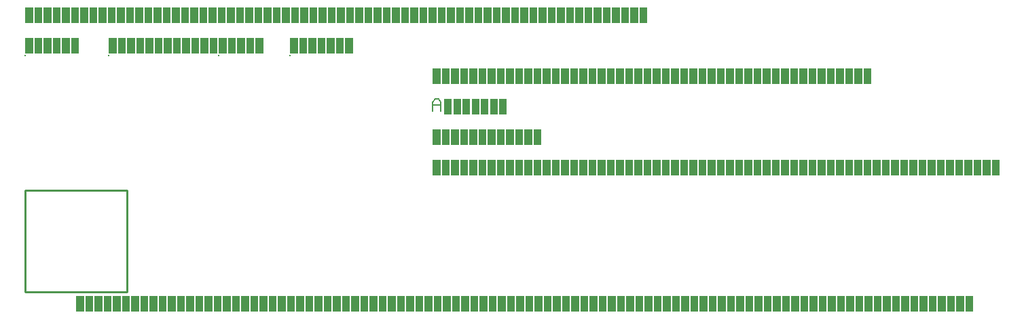
<source format=gbr>
G04 start of page 3 for group -1 layer_idx 16777221 *
G04 Title: text sizes (scales), <virtual group> *
G04 Creator: <version>
G04 CreationDate: <date>
G04 For:  *
G04 Format: Gerber/RS-274X *
G04 PCB-Dimensions: 50000 50000 *
G04 PCB-Coordinate-Origin: lower left *
%MOIN*%
%FSLAX25Y25*%
%LNFAB*%
%ADD16C,0.0060*%
%ADD15C,0.0100*%
%ADD14C,0.0080*%
%ADD13C,0.0001*%
G54D13*G36*
X0Y125000D02*Y117500D01*
X3750D01*
Y125000D01*
X0D01*
G37*
G36*
X4500D02*Y117500D01*
X8250D01*
Y125000D01*
X4500D01*
G37*
G36*
X9000D02*Y117500D01*
X12750D01*
Y125000D01*
X9000D01*
G37*
G36*
X13500D02*Y117500D01*
X17250D01*
Y125000D01*
X13500D01*
G37*
G36*
X18000D02*Y117500D01*
X21750D01*
Y125000D01*
X18000D01*
G37*
G36*
X22500D02*Y117500D01*
X26250D01*
Y125000D01*
X22500D01*
G37*
G54D14*X0Y116500D03*
G54D13*G36*
X41000Y125000D02*Y117500D01*
X44750D01*
Y125000D01*
X41000D01*
G37*
G36*
X45500D02*Y117500D01*
X49250D01*
Y125000D01*
X45500D01*
G37*
G36*
X50000D02*Y117500D01*
X53750D01*
Y125000D01*
X50000D01*
G37*
G36*
X54500D02*Y117500D01*
X58250D01*
Y125000D01*
X54500D01*
G37*
G36*
X59000D02*Y117500D01*
X62750D01*
Y125000D01*
X59000D01*
G37*
G36*
X63500D02*Y117500D01*
X67250D01*
Y125000D01*
X63500D01*
G37*
G36*
X68000D02*Y117500D01*
X71750D01*
Y125000D01*
X68000D01*
G37*
G36*
X72500D02*Y117500D01*
X76250D01*
Y125000D01*
X72500D01*
G37*
G36*
X77000D02*Y117500D01*
X80750D01*
Y125000D01*
X77000D01*
G37*
G36*
X81500D02*Y117500D01*
X85250D01*
Y125000D01*
X81500D01*
G37*
G36*
X86000D02*Y117500D01*
X89750D01*
Y125000D01*
X86000D01*
G37*
G36*
X90500D02*Y117500D01*
X94250D01*
Y125000D01*
X90500D01*
G37*
G54D14*X41000Y116500D03*
G54D13*G36*
X95000Y125000D02*Y117500D01*
X98750D01*
Y125000D01*
X95000D01*
G37*
G36*
X99500D02*Y117500D01*
X103250D01*
Y125000D01*
X99500D01*
G37*
G36*
X104000D02*Y117500D01*
X107750D01*
Y125000D01*
X104000D01*
G37*
G36*
X108500D02*Y117500D01*
X112250D01*
Y125000D01*
X108500D01*
G37*
G36*
X113000D02*Y117500D01*
X116750D01*
Y125000D01*
X113000D01*
G37*
G54D14*X95000Y116500D03*
G54D13*G36*
X130000Y125000D02*Y117500D01*
X133750D01*
Y125000D01*
X130000D01*
G37*
G36*
X134500D02*Y117500D01*
X138250D01*
Y125000D01*
X134500D01*
G37*
G36*
X139000D02*Y117500D01*
X142750D01*
Y125000D01*
X139000D01*
G37*
G36*
X143500D02*Y117500D01*
X147250D01*
Y125000D01*
X143500D01*
G37*
G36*
X148000D02*Y117500D01*
X151750D01*
Y125000D01*
X148000D01*
G37*
G36*
X152500D02*Y117500D01*
X156250D01*
Y125000D01*
X152500D01*
G37*
G36*
X157000D02*Y117500D01*
X160750D01*
Y125000D01*
X157000D01*
G37*
G54D14*X130000Y116500D03*
G54D13*G36*
X0Y140000D02*Y132500D01*
X3750D01*
Y140000D01*
X0D01*
G37*
G36*
X4500D02*Y132500D01*
X8250D01*
Y140000D01*
X4500D01*
G37*
G36*
X9000D02*Y132500D01*
X12750D01*
Y140000D01*
X9000D01*
G37*
G36*
X13500D02*Y132500D01*
X17250D01*
Y140000D01*
X13500D01*
G37*
G36*
X18000D02*Y132500D01*
X21750D01*
Y140000D01*
X18000D01*
G37*
G36*
X22500D02*Y132500D01*
X26250D01*
Y140000D01*
X22500D01*
G37*
G36*
X27000D02*Y132500D01*
X30750D01*
Y140000D01*
X27000D01*
G37*
G36*
X31500D02*Y132500D01*
X35250D01*
Y140000D01*
X31500D01*
G37*
G36*
X36000D02*Y132500D01*
X39750D01*
Y140000D01*
X36000D01*
G37*
G36*
X40500D02*Y132500D01*
X44250D01*
Y140000D01*
X40500D01*
G37*
G36*
X45000D02*Y132500D01*
X48750D01*
Y140000D01*
X45000D01*
G37*
G36*
X49500D02*Y132500D01*
X53250D01*
Y140000D01*
X49500D01*
G37*
G36*
X54000D02*Y132500D01*
X57750D01*
Y140000D01*
X54000D01*
G37*
G36*
X58500D02*Y132500D01*
X62250D01*
Y140000D01*
X58500D01*
G37*
G36*
X63000D02*Y132500D01*
X66750D01*
Y140000D01*
X63000D01*
G37*
G36*
X67500D02*Y132500D01*
X71250D01*
Y140000D01*
X67500D01*
G37*
G36*
X72000D02*Y132500D01*
X75750D01*
Y140000D01*
X72000D01*
G37*
G36*
X76500D02*Y132500D01*
X80250D01*
Y140000D01*
X76500D01*
G37*
G36*
X81000D02*Y132500D01*
X84750D01*
Y140000D01*
X81000D01*
G37*
G36*
X85500D02*Y132500D01*
X89250D01*
Y140000D01*
X85500D01*
G37*
G36*
X90000D02*Y132500D01*
X93750D01*
Y140000D01*
X90000D01*
G37*
G36*
X94500D02*Y132500D01*
X98250D01*
Y140000D01*
X94500D01*
G37*
G36*
X99000D02*Y132500D01*
X102750D01*
Y140000D01*
X99000D01*
G37*
G36*
X103500D02*Y132500D01*
X107250D01*
Y140000D01*
X103500D01*
G37*
G36*
X108000D02*Y132500D01*
X111750D01*
Y140000D01*
X108000D01*
G37*
G36*
X112500D02*Y132500D01*
X116250D01*
Y140000D01*
X112500D01*
G37*
G36*
X117000D02*Y132500D01*
X120750D01*
Y140000D01*
X117000D01*
G37*
G36*
X121500D02*Y132500D01*
X125250D01*
Y140000D01*
X121500D01*
G37*
G36*
X126000D02*Y132500D01*
X129750D01*
Y140000D01*
X126000D01*
G37*
G36*
X130500D02*Y132500D01*
X134250D01*
Y140000D01*
X130500D01*
G37*
G36*
X135000D02*Y132500D01*
X138750D01*
Y140000D01*
X135000D01*
G37*
G36*
X139500D02*Y132500D01*
X143250D01*
Y140000D01*
X139500D01*
G37*
G36*
X144000D02*Y132500D01*
X147750D01*
Y140000D01*
X144000D01*
G37*
G36*
X148500D02*Y132500D01*
X152250D01*
Y140000D01*
X148500D01*
G37*
G36*
X153000D02*Y132500D01*
X156750D01*
Y140000D01*
X153000D01*
G37*
G36*
X157500D02*Y132500D01*
X161250D01*
Y140000D01*
X157500D01*
G37*
G36*
X162000D02*Y132500D01*
X165750D01*
Y140000D01*
X162000D01*
G37*
G36*
X166500D02*Y132500D01*
X170250D01*
Y140000D01*
X166500D01*
G37*
G36*
X171000D02*Y132500D01*
X174750D01*
Y140000D01*
X171000D01*
G37*
G36*
X175500D02*Y132500D01*
X179250D01*
Y140000D01*
X175500D01*
G37*
G36*
X180000D02*Y132500D01*
X183750D01*
Y140000D01*
X180000D01*
G37*
G36*
X184500D02*Y132500D01*
X188250D01*
Y140000D01*
X184500D01*
G37*
G36*
X189000D02*Y132500D01*
X192750D01*
Y140000D01*
X189000D01*
G37*
G36*
X193500D02*Y132500D01*
X197250D01*
Y140000D01*
X193500D01*
G37*
G36*
X198000D02*Y132500D01*
X201750D01*
Y140000D01*
X198000D01*
G37*
G36*
X202500D02*Y132500D01*
X206250D01*
Y140000D01*
X202500D01*
G37*
G36*
X207000D02*Y132500D01*
X210750D01*
Y140000D01*
X207000D01*
G37*
G36*
X211500D02*Y132500D01*
X215250D01*
Y140000D01*
X211500D01*
G37*
G36*
X216000D02*Y132500D01*
X219750D01*
Y140000D01*
X216000D01*
G37*
G36*
X220500D02*Y132500D01*
X224250D01*
Y140000D01*
X220500D01*
G37*
G36*
X225000D02*Y132500D01*
X228750D01*
Y140000D01*
X225000D01*
G37*
G36*
X229500D02*Y132500D01*
X233250D01*
Y140000D01*
X229500D01*
G37*
G36*
X234000D02*Y132500D01*
X237750D01*
Y140000D01*
X234000D01*
G37*
G36*
X238500D02*Y132500D01*
X242250D01*
Y140000D01*
X238500D01*
G37*
G36*
X243000D02*Y132500D01*
X246750D01*
Y140000D01*
X243000D01*
G37*
G36*
X247500D02*Y132500D01*
X251250D01*
Y140000D01*
X247500D01*
G37*
G36*
X252000D02*Y132500D01*
X255750D01*
Y140000D01*
X252000D01*
G37*
G36*
X256500D02*Y132500D01*
X260250D01*
Y140000D01*
X256500D01*
G37*
G36*
X261000D02*Y132500D01*
X264750D01*
Y140000D01*
X261000D01*
G37*
G36*
X265500D02*Y132500D01*
X269250D01*
Y140000D01*
X265500D01*
G37*
G36*
X270000D02*Y132500D01*
X273750D01*
Y140000D01*
X270000D01*
G37*
G36*
X274500D02*Y132500D01*
X278250D01*
Y140000D01*
X274500D01*
G37*
G36*
X279000D02*Y132500D01*
X282750D01*
Y140000D01*
X279000D01*
G37*
G36*
X283500D02*Y132500D01*
X287250D01*
Y140000D01*
X283500D01*
G37*
G36*
X288000D02*Y132500D01*
X291750D01*
Y140000D01*
X288000D01*
G37*
G36*
X292500D02*Y132500D01*
X296250D01*
Y140000D01*
X292500D01*
G37*
G36*
X297000D02*Y132500D01*
X300750D01*
Y140000D01*
X297000D01*
G37*
G36*
X301500D02*Y132500D01*
X305250D01*
Y140000D01*
X301500D01*
G37*
G54D15*X0Y50000D02*X50000D01*
X0D02*Y0D01*
X50000Y50000D02*Y0D01*
X0D02*X50000D01*
G54D13*G36*
X200000Y65000D02*Y57500D01*
X203750D01*
Y65000D01*
X200000D01*
G37*
G36*
X204500D02*Y57500D01*
X208250D01*
Y65000D01*
X204500D01*
G37*
G36*
X209000D02*Y57500D01*
X212750D01*
Y65000D01*
X209000D01*
G37*
G36*
X213500D02*Y57500D01*
X217250D01*
Y65000D01*
X213500D01*
G37*
G36*
X218000D02*Y57500D01*
X221750D01*
Y65000D01*
X218000D01*
G37*
G36*
X222500D02*Y57500D01*
X226250D01*
Y65000D01*
X222500D01*
G37*
G36*
X227000D02*Y57500D01*
X230750D01*
Y65000D01*
X227000D01*
G37*
G36*
X231500D02*Y57500D01*
X235250D01*
Y65000D01*
X231500D01*
G37*
G36*
X236000D02*Y57500D01*
X239750D01*
Y65000D01*
X236000D01*
G37*
G36*
X240500D02*Y57500D01*
X244250D01*
Y65000D01*
X240500D01*
G37*
G36*
X245000D02*Y57500D01*
X248750D01*
Y65000D01*
X245000D01*
G37*
G36*
X249500D02*Y57500D01*
X253250D01*
Y65000D01*
X249500D01*
G37*
G36*
X254000D02*Y57500D01*
X257750D01*
Y65000D01*
X254000D01*
G37*
G36*
X258500D02*Y57500D01*
X262250D01*
Y65000D01*
X258500D01*
G37*
G36*
X263000D02*Y57500D01*
X266750D01*
Y65000D01*
X263000D01*
G37*
G36*
X267500D02*Y57500D01*
X271250D01*
Y65000D01*
X267500D01*
G37*
G36*
X272000D02*Y57500D01*
X275750D01*
Y65000D01*
X272000D01*
G37*
G36*
X276500D02*Y57500D01*
X280250D01*
Y65000D01*
X276500D01*
G37*
G36*
X281000D02*Y57500D01*
X284750D01*
Y65000D01*
X281000D01*
G37*
G36*
X285500D02*Y57500D01*
X289250D01*
Y65000D01*
X285500D01*
G37*
G36*
X290000D02*Y57500D01*
X293750D01*
Y65000D01*
X290000D01*
G37*
G36*
X294500D02*Y57500D01*
X298250D01*
Y65000D01*
X294500D01*
G37*
G36*
X299000D02*Y57500D01*
X302750D01*
Y65000D01*
X299000D01*
G37*
G36*
X303500D02*Y57500D01*
X307250D01*
Y65000D01*
X303500D01*
G37*
G36*
X308000D02*Y57500D01*
X311750D01*
Y65000D01*
X308000D01*
G37*
G36*
X312500D02*Y57500D01*
X316250D01*
Y65000D01*
X312500D01*
G37*
G36*
X317000D02*Y57500D01*
X320750D01*
Y65000D01*
X317000D01*
G37*
G36*
X321500D02*Y57500D01*
X325250D01*
Y65000D01*
X321500D01*
G37*
G36*
X326000D02*Y57500D01*
X329750D01*
Y65000D01*
X326000D01*
G37*
G36*
X330500D02*Y57500D01*
X334250D01*
Y65000D01*
X330500D01*
G37*
G36*
X335000D02*Y57500D01*
X338750D01*
Y65000D01*
X335000D01*
G37*
G36*
X339500D02*Y57500D01*
X343250D01*
Y65000D01*
X339500D01*
G37*
G36*
X344000D02*Y57500D01*
X347750D01*
Y65000D01*
X344000D01*
G37*
G36*
X348500D02*Y57500D01*
X352250D01*
Y65000D01*
X348500D01*
G37*
G36*
X353000D02*Y57500D01*
X356750D01*
Y65000D01*
X353000D01*
G37*
G36*
X357500D02*Y57500D01*
X361250D01*
Y65000D01*
X357500D01*
G37*
G36*
X362000D02*Y57500D01*
X365750D01*
Y65000D01*
X362000D01*
G37*
G36*
X366500D02*Y57500D01*
X370250D01*
Y65000D01*
X366500D01*
G37*
G36*
X371000D02*Y57500D01*
X374750D01*
Y65000D01*
X371000D01*
G37*
G36*
X375500D02*Y57500D01*
X379250D01*
Y65000D01*
X375500D01*
G37*
G36*
X380000D02*Y57500D01*
X383750D01*
Y65000D01*
X380000D01*
G37*
G36*
X384500D02*Y57500D01*
X388250D01*
Y65000D01*
X384500D01*
G37*
G36*
X389000D02*Y57500D01*
X392750D01*
Y65000D01*
X389000D01*
G37*
G36*
X393500D02*Y57500D01*
X397250D01*
Y65000D01*
X393500D01*
G37*
G36*
X398000D02*Y57500D01*
X401750D01*
Y65000D01*
X398000D01*
G37*
G36*
X402500D02*Y57500D01*
X406250D01*
Y65000D01*
X402500D01*
G37*
G36*
X407000D02*Y57500D01*
X410750D01*
Y65000D01*
X407000D01*
G37*
G36*
X411500D02*Y57500D01*
X415250D01*
Y65000D01*
X411500D01*
G37*
G36*
X416000D02*Y57500D01*
X419750D01*
Y65000D01*
X416000D01*
G37*
G36*
X420500D02*Y57500D01*
X424250D01*
Y65000D01*
X420500D01*
G37*
G36*
X425000D02*Y57500D01*
X428750D01*
Y65000D01*
X425000D01*
G37*
G36*
X429500D02*Y57500D01*
X433250D01*
Y65000D01*
X429500D01*
G37*
G36*
X434000D02*Y57500D01*
X437750D01*
Y65000D01*
X434000D01*
G37*
G36*
X438500D02*Y57500D01*
X442250D01*
Y65000D01*
X438500D01*
G37*
G36*
X443000D02*Y57500D01*
X446750D01*
Y65000D01*
X443000D01*
G37*
G36*
X447500D02*Y57500D01*
X451250D01*
Y65000D01*
X447500D01*
G37*
G36*
X452000D02*Y57500D01*
X455750D01*
Y65000D01*
X452000D01*
G37*
G36*
X456500D02*Y57500D01*
X460250D01*
Y65000D01*
X456500D01*
G37*
G36*
X461000D02*Y57500D01*
X464750D01*
Y65000D01*
X461000D01*
G37*
G36*
X465500D02*Y57500D01*
X469250D01*
Y65000D01*
X465500D01*
G37*
G36*
X470000D02*Y57500D01*
X473750D01*
Y65000D01*
X470000D01*
G37*
G36*
X474500D02*Y57500D01*
X478250D01*
Y65000D01*
X474500D01*
G37*
G36*
X25000Y-2000D02*Y-9500D01*
X28750D01*
Y-2000D01*
X25000D01*
G37*
G36*
X29500D02*Y-9500D01*
X33250D01*
Y-2000D01*
X29500D01*
G37*
G36*
X34000D02*Y-9500D01*
X37750D01*
Y-2000D01*
X34000D01*
G37*
G36*
X38500D02*Y-9500D01*
X42250D01*
Y-2000D01*
X38500D01*
G37*
G36*
X43000D02*Y-9500D01*
X46750D01*
Y-2000D01*
X43000D01*
G37*
G36*
X47500D02*Y-9500D01*
X51250D01*
Y-2000D01*
X47500D01*
G37*
G36*
X52000D02*Y-9500D01*
X55750D01*
Y-2000D01*
X52000D01*
G37*
G36*
X56500D02*Y-9500D01*
X60250D01*
Y-2000D01*
X56500D01*
G37*
G36*
X61000D02*Y-9500D01*
X64750D01*
Y-2000D01*
X61000D01*
G37*
G36*
X65500D02*Y-9500D01*
X69250D01*
Y-2000D01*
X65500D01*
G37*
G36*
X70000D02*Y-9500D01*
X73750D01*
Y-2000D01*
X70000D01*
G37*
G36*
X74500D02*Y-9500D01*
X78250D01*
Y-2000D01*
X74500D01*
G37*
G36*
X79000D02*Y-9500D01*
X82750D01*
Y-2000D01*
X79000D01*
G37*
G36*
X83500D02*Y-9500D01*
X87250D01*
Y-2000D01*
X83500D01*
G37*
G36*
X88000D02*Y-9500D01*
X91750D01*
Y-2000D01*
X88000D01*
G37*
G36*
X92500D02*Y-9500D01*
X96250D01*
Y-2000D01*
X92500D01*
G37*
G36*
X97000D02*Y-9500D01*
X100750D01*
Y-2000D01*
X97000D01*
G37*
G36*
X101500D02*Y-9500D01*
X105250D01*
Y-2000D01*
X101500D01*
G37*
G36*
X106000D02*Y-9500D01*
X109750D01*
Y-2000D01*
X106000D01*
G37*
G36*
X110500D02*Y-9500D01*
X114250D01*
Y-2000D01*
X110500D01*
G37*
G36*
X115000D02*Y-9500D01*
X118750D01*
Y-2000D01*
X115000D01*
G37*
G36*
X119500D02*Y-9500D01*
X123250D01*
Y-2000D01*
X119500D01*
G37*
G36*
X124000D02*Y-9500D01*
X127750D01*
Y-2000D01*
X124000D01*
G37*
G36*
X128500D02*Y-9500D01*
X132250D01*
Y-2000D01*
X128500D01*
G37*
G36*
X133000D02*Y-9500D01*
X136750D01*
Y-2000D01*
X133000D01*
G37*
G36*
X137500D02*Y-9500D01*
X141250D01*
Y-2000D01*
X137500D01*
G37*
G36*
X142000D02*Y-9500D01*
X145750D01*
Y-2000D01*
X142000D01*
G37*
G36*
X146500D02*Y-9500D01*
X150250D01*
Y-2000D01*
X146500D01*
G37*
G36*
X151000D02*Y-9500D01*
X154750D01*
Y-2000D01*
X151000D01*
G37*
G36*
X155500D02*Y-9500D01*
X159250D01*
Y-2000D01*
X155500D01*
G37*
G36*
X160000D02*Y-9500D01*
X163750D01*
Y-2000D01*
X160000D01*
G37*
G36*
X164500D02*Y-9500D01*
X168250D01*
Y-2000D01*
X164500D01*
G37*
G36*
X169000D02*Y-9500D01*
X172750D01*
Y-2000D01*
X169000D01*
G37*
G36*
X173500D02*Y-9500D01*
X177250D01*
Y-2000D01*
X173500D01*
G37*
G36*
X178000D02*Y-9500D01*
X181750D01*
Y-2000D01*
X178000D01*
G37*
G36*
X182500D02*Y-9500D01*
X186250D01*
Y-2000D01*
X182500D01*
G37*
G36*
X187000D02*Y-9500D01*
X190750D01*
Y-2000D01*
X187000D01*
G37*
G36*
X191500D02*Y-9500D01*
X195250D01*
Y-2000D01*
X191500D01*
G37*
G36*
X196000D02*Y-9500D01*
X199750D01*
Y-2000D01*
X196000D01*
G37*
G36*
X200500D02*Y-9500D01*
X204250D01*
Y-2000D01*
X200500D01*
G37*
G36*
X205000D02*Y-9500D01*
X208750D01*
Y-2000D01*
X205000D01*
G37*
G36*
X209500D02*Y-9500D01*
X213250D01*
Y-2000D01*
X209500D01*
G37*
G36*
X214000D02*Y-9500D01*
X217750D01*
Y-2000D01*
X214000D01*
G37*
G36*
X218500D02*Y-9500D01*
X222250D01*
Y-2000D01*
X218500D01*
G37*
G36*
X223000D02*Y-9500D01*
X226750D01*
Y-2000D01*
X223000D01*
G37*
G36*
X227500D02*Y-9500D01*
X231250D01*
Y-2000D01*
X227500D01*
G37*
G36*
X232000D02*Y-9500D01*
X235750D01*
Y-2000D01*
X232000D01*
G37*
G36*
X236500D02*Y-9500D01*
X240250D01*
Y-2000D01*
X236500D01*
G37*
G36*
X241000D02*Y-9500D01*
X244750D01*
Y-2000D01*
X241000D01*
G37*
G36*
X245500D02*Y-9500D01*
X249250D01*
Y-2000D01*
X245500D01*
G37*
G36*
X250000D02*Y-9500D01*
X253750D01*
Y-2000D01*
X250000D01*
G37*
G36*
X254500D02*Y-9500D01*
X258250D01*
Y-2000D01*
X254500D01*
G37*
G36*
X259000D02*Y-9500D01*
X262750D01*
Y-2000D01*
X259000D01*
G37*
G36*
X263500D02*Y-9500D01*
X267250D01*
Y-2000D01*
X263500D01*
G37*
G36*
X268000D02*Y-9500D01*
X271750D01*
Y-2000D01*
X268000D01*
G37*
G36*
X272500D02*Y-9500D01*
X276250D01*
Y-2000D01*
X272500D01*
G37*
G36*
X277000D02*Y-9500D01*
X280750D01*
Y-2000D01*
X277000D01*
G37*
G36*
X281500D02*Y-9500D01*
X285250D01*
Y-2000D01*
X281500D01*
G37*
G36*
X286000D02*Y-9500D01*
X289750D01*
Y-2000D01*
X286000D01*
G37*
G36*
X290500D02*Y-9500D01*
X294250D01*
Y-2000D01*
X290500D01*
G37*
G36*
X295000D02*Y-9500D01*
X298750D01*
Y-2000D01*
X295000D01*
G37*
G36*
X299500D02*Y-9500D01*
X303250D01*
Y-2000D01*
X299500D01*
G37*
G36*
X304000D02*Y-9500D01*
X307750D01*
Y-2000D01*
X304000D01*
G37*
G36*
X308500D02*Y-9500D01*
X312250D01*
Y-2000D01*
X308500D01*
G37*
G36*
X313000D02*Y-9500D01*
X316750D01*
Y-2000D01*
X313000D01*
G37*
G36*
X317500D02*Y-9500D01*
X321250D01*
Y-2000D01*
X317500D01*
G37*
G36*
X322000D02*Y-9500D01*
X325750D01*
Y-2000D01*
X322000D01*
G37*
G36*
X326500D02*Y-9500D01*
X330250D01*
Y-2000D01*
X326500D01*
G37*
G36*
X331000D02*Y-9500D01*
X334750D01*
Y-2000D01*
X331000D01*
G37*
G36*
X335500D02*Y-9500D01*
X339250D01*
Y-2000D01*
X335500D01*
G37*
G36*
X340000D02*Y-9500D01*
X343750D01*
Y-2000D01*
X340000D01*
G37*
G36*
X344500D02*Y-9500D01*
X348250D01*
Y-2000D01*
X344500D01*
G37*
G36*
X349000D02*Y-9500D01*
X352750D01*
Y-2000D01*
X349000D01*
G37*
G36*
X353500D02*Y-9500D01*
X357250D01*
Y-2000D01*
X353500D01*
G37*
G36*
X358000D02*Y-9500D01*
X361750D01*
Y-2000D01*
X358000D01*
G37*
G36*
X362500D02*Y-9500D01*
X366250D01*
Y-2000D01*
X362500D01*
G37*
G36*
X367000D02*Y-9500D01*
X370750D01*
Y-2000D01*
X367000D01*
G37*
G36*
X371500D02*Y-9500D01*
X375250D01*
Y-2000D01*
X371500D01*
G37*
G36*
X376000D02*Y-9500D01*
X379750D01*
Y-2000D01*
X376000D01*
G37*
G36*
X380500D02*Y-9500D01*
X384250D01*
Y-2000D01*
X380500D01*
G37*
G36*
X385000D02*Y-9500D01*
X388750D01*
Y-2000D01*
X385000D01*
G37*
G36*
X389500D02*Y-9500D01*
X393250D01*
Y-2000D01*
X389500D01*
G37*
G36*
X394000D02*Y-9500D01*
X397750D01*
Y-2000D01*
X394000D01*
G37*
G36*
X398500D02*Y-9500D01*
X402250D01*
Y-2000D01*
X398500D01*
G37*
G36*
X403000D02*Y-9500D01*
X406751D01*
Y-2000D01*
X403000D01*
G37*
G36*
X407501D02*Y-9500D01*
X411251D01*
Y-2000D01*
X407501D01*
G37*
G36*
X412001D02*Y-9500D01*
X415751D01*
Y-2000D01*
X412001D01*
G37*
G36*
X416501D02*Y-9500D01*
X420251D01*
Y-2000D01*
X416501D01*
G37*
G36*
X421001D02*Y-9500D01*
X424751D01*
Y-2000D01*
X421001D01*
G37*
G36*
X425501D02*Y-9500D01*
X429251D01*
Y-2000D01*
X425501D01*
G37*
G36*
X430001D02*Y-9500D01*
X433751D01*
Y-2000D01*
X430001D01*
G37*
G36*
X434501D02*Y-9500D01*
X438251D01*
Y-2000D01*
X434501D01*
G37*
G36*
X439001D02*Y-9500D01*
X442751D01*
Y-2000D01*
X439001D01*
G37*
G36*
X443501D02*Y-9500D01*
X447251D01*
Y-2000D01*
X443501D01*
G37*
G36*
X448001D02*Y-9500D01*
X451751D01*
Y-2000D01*
X448001D01*
G37*
G36*
X452501D02*Y-9500D01*
X456251D01*
Y-2000D01*
X452501D01*
G37*
G36*
X457001D02*Y-9500D01*
X460751D01*
Y-2000D01*
X457001D01*
G37*
G36*
X461501D02*Y-9500D01*
X465251D01*
Y-2000D01*
X461501D01*
G37*
G36*
X200000Y80000D02*Y72500D01*
X203750D01*
Y80000D01*
X200000D01*
G37*
G36*
X204500D02*Y72500D01*
X208250D01*
Y80000D01*
X204500D01*
G37*
G36*
X209000D02*Y72500D01*
X212750D01*
Y80000D01*
X209000D01*
G37*
G36*
X213500D02*Y72500D01*
X217250D01*
Y80000D01*
X213500D01*
G37*
G36*
X218000D02*Y72500D01*
X221750D01*
Y80000D01*
X218000D01*
G37*
G36*
X222500D02*Y72500D01*
X226250D01*
Y80000D01*
X222500D01*
G37*
G36*
X227000D02*Y72500D01*
X230750D01*
Y80000D01*
X227000D01*
G37*
G36*
X231500D02*Y72500D01*
X235250D01*
Y80000D01*
X231500D01*
G37*
G36*
X236000D02*Y72500D01*
X239750D01*
Y80000D01*
X236000D01*
G37*
G36*
X240500D02*Y72500D01*
X244250D01*
Y80000D01*
X240500D01*
G37*
G36*
X245000D02*Y72500D01*
X248750D01*
Y80000D01*
X245000D01*
G37*
G36*
X249500D02*Y72500D01*
X253250D01*
Y80000D01*
X249500D01*
G37*
G54D16*X200000Y93500D02*Y89000D01*
Y93500D02*X201050Y95000D01*
X202700D01*
X203750Y93500D01*
Y89000D01*
X200000Y92000D02*X203750D01*
G54D13*G36*
X205550Y95000D02*Y87500D01*
X209300D01*
Y95000D01*
X205550D01*
G37*
G36*
X210050D02*Y87500D01*
X213800D01*
Y95000D01*
X210050D01*
G37*
G36*
X214550D02*Y87500D01*
X218300D01*
Y95000D01*
X214550D01*
G37*
G36*
X219050D02*Y87500D01*
X222800D01*
Y95000D01*
X219050D01*
G37*
G36*
X223550D02*Y87500D01*
X227300D01*
Y95000D01*
X223550D01*
G37*
G36*
X228050D02*Y87500D01*
X231800D01*
Y95000D01*
X228050D01*
G37*
G36*
X232550D02*Y87500D01*
X236300D01*
Y95000D01*
X232550D01*
G37*
G36*
X200000Y110000D02*Y102500D01*
X203750D01*
Y110000D01*
X200000D01*
G37*
G36*
X204500D02*Y102500D01*
X208250D01*
Y110000D01*
X204500D01*
G37*
G36*
X209000D02*Y102500D01*
X212750D01*
Y110000D01*
X209000D01*
G37*
G36*
X213500D02*Y102500D01*
X217250D01*
Y110000D01*
X213500D01*
G37*
G36*
X218000D02*Y102500D01*
X221750D01*
Y110000D01*
X218000D01*
G37*
G36*
X222500D02*Y102500D01*
X226250D01*
Y110000D01*
X222500D01*
G37*
G36*
X227000D02*Y102500D01*
X230750D01*
Y110000D01*
X227000D01*
G37*
G36*
X231500D02*Y102500D01*
X235250D01*
Y110000D01*
X231500D01*
G37*
G36*
X236000D02*Y102500D01*
X239750D01*
Y110000D01*
X236000D01*
G37*
G36*
X240500D02*Y102500D01*
X244250D01*
Y110000D01*
X240500D01*
G37*
G36*
X245000D02*Y102500D01*
X248750D01*
Y110000D01*
X245000D01*
G37*
G36*
X249500D02*Y102500D01*
X253250D01*
Y110000D01*
X249500D01*
G37*
G36*
X254000D02*Y102500D01*
X257750D01*
Y110000D01*
X254000D01*
G37*
G36*
X258500D02*Y102500D01*
X262250D01*
Y110000D01*
X258500D01*
G37*
G36*
X263000D02*Y102500D01*
X266750D01*
Y110000D01*
X263000D01*
G37*
G36*
X267500D02*Y102500D01*
X271250D01*
Y110000D01*
X267500D01*
G37*
G36*
X272000D02*Y102500D01*
X275750D01*
Y110000D01*
X272000D01*
G37*
G36*
X276500D02*Y102500D01*
X280250D01*
Y110000D01*
X276500D01*
G37*
G36*
X281000D02*Y102500D01*
X284750D01*
Y110000D01*
X281000D01*
G37*
G36*
X285500D02*Y102500D01*
X289250D01*
Y110000D01*
X285500D01*
G37*
G36*
X290000D02*Y102500D01*
X293750D01*
Y110000D01*
X290000D01*
G37*
G36*
X294500D02*Y102500D01*
X298250D01*
Y110000D01*
X294500D01*
G37*
G36*
X299000D02*Y102500D01*
X302750D01*
Y110000D01*
X299000D01*
G37*
G36*
X303500D02*Y102500D01*
X307250D01*
Y110000D01*
X303500D01*
G37*
G36*
X308000D02*Y102500D01*
X311750D01*
Y110000D01*
X308000D01*
G37*
G36*
X312500D02*Y102500D01*
X316250D01*
Y110000D01*
X312500D01*
G37*
G36*
X317000D02*Y102500D01*
X320750D01*
Y110000D01*
X317000D01*
G37*
G36*
X321500D02*Y102500D01*
X325250D01*
Y110000D01*
X321500D01*
G37*
G36*
X326000D02*Y102500D01*
X329750D01*
Y110000D01*
X326000D01*
G37*
G36*
X330500D02*Y102500D01*
X334250D01*
Y110000D01*
X330500D01*
G37*
G36*
X335000D02*Y102500D01*
X338750D01*
Y110000D01*
X335000D01*
G37*
G36*
X339500D02*Y102500D01*
X343250D01*
Y110000D01*
X339500D01*
G37*
G36*
X344000D02*Y102500D01*
X347750D01*
Y110000D01*
X344000D01*
G37*
G36*
X348500D02*Y102500D01*
X352250D01*
Y110000D01*
X348500D01*
G37*
G36*
X353000D02*Y102500D01*
X356750D01*
Y110000D01*
X353000D01*
G37*
G36*
X357500D02*Y102500D01*
X361250D01*
Y110000D01*
X357500D01*
G37*
G36*
X362000D02*Y102500D01*
X365750D01*
Y110000D01*
X362000D01*
G37*
G36*
X366500D02*Y102500D01*
X370250D01*
Y110000D01*
X366500D01*
G37*
G36*
X371000D02*Y102500D01*
X374750D01*
Y110000D01*
X371000D01*
G37*
G36*
X375500D02*Y102500D01*
X379250D01*
Y110000D01*
X375500D01*
G37*
G36*
X380000D02*Y102500D01*
X383750D01*
Y110000D01*
X380000D01*
G37*
G36*
X384500D02*Y102500D01*
X388250D01*
Y110000D01*
X384500D01*
G37*
G36*
X389000D02*Y102500D01*
X392750D01*
Y110000D01*
X389000D01*
G37*
G36*
X393500D02*Y102500D01*
X397250D01*
Y110000D01*
X393500D01*
G37*
G36*
X398000D02*Y102500D01*
X401750D01*
Y110000D01*
X398000D01*
G37*
G36*
X402500D02*Y102500D01*
X406250D01*
Y110000D01*
X402500D01*
G37*
G36*
X407000D02*Y102500D01*
X410750D01*
Y110000D01*
X407000D01*
G37*
G36*
X411500D02*Y102500D01*
X415250D01*
Y110000D01*
X411500D01*
G37*
M02*

</source>
